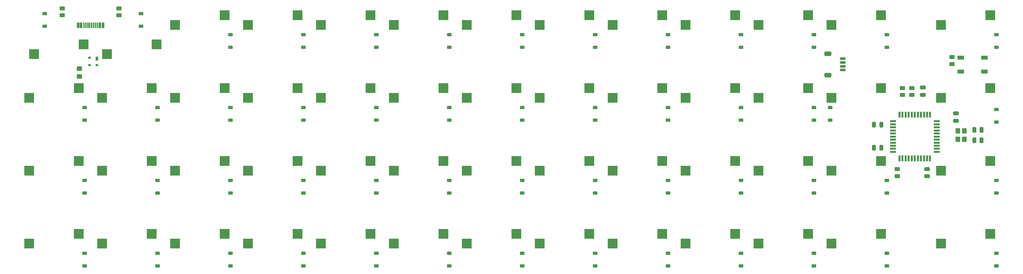
<source format=gbr>
%TF.GenerationSoftware,KiCad,Pcbnew,7.0.1-0*%
%TF.CreationDate,2023-04-12T11:46:53-05:00*%
%TF.ProjectId,pcb,7063622e-6b69-4636-9164-5f7063625858,rev?*%
%TF.SameCoordinates,Original*%
%TF.FileFunction,Paste,Bot*%
%TF.FilePolarity,Positive*%
%FSLAX46Y46*%
G04 Gerber Fmt 4.6, Leading zero omitted, Abs format (unit mm)*
G04 Created by KiCad (PCBNEW 7.0.1-0) date 2023-04-12 11:46:53*
%MOMM*%
%LPD*%
G01*
G04 APERTURE LIST*
G04 Aperture macros list*
%AMRoundRect*
0 Rectangle with rounded corners*
0 $1 Rounding radius*
0 $2 $3 $4 $5 $6 $7 $8 $9 X,Y pos of 4 corners*
0 Add a 4 corners polygon primitive as box body*
4,1,4,$2,$3,$4,$5,$6,$7,$8,$9,$2,$3,0*
0 Add four circle primitives for the rounded corners*
1,1,$1+$1,$2,$3*
1,1,$1+$1,$4,$5*
1,1,$1+$1,$6,$7*
1,1,$1+$1,$8,$9*
0 Add four rect primitives between the rounded corners*
20,1,$1+$1,$2,$3,$4,$5,0*
20,1,$1+$1,$4,$5,$6,$7,0*
20,1,$1+$1,$6,$7,$8,$9,0*
20,1,$1+$1,$8,$9,$2,$3,0*%
G04 Aperture macros list end*
%ADD10R,2.550000X2.500000*%
%ADD11RoundRect,0.225000X0.375000X-0.225000X0.375000X0.225000X-0.375000X0.225000X-0.375000X-0.225000X0*%
%ADD12RoundRect,0.250000X0.475000X-0.250000X0.475000X0.250000X-0.475000X0.250000X-0.475000X-0.250000X0*%
%ADD13RoundRect,0.250000X0.450000X-0.262500X0.450000X0.262500X-0.450000X0.262500X-0.450000X-0.262500X0*%
%ADD14RoundRect,0.250000X0.450000X-0.325000X0.450000X0.325000X-0.450000X0.325000X-0.450000X-0.325000X0*%
%ADD15RoundRect,0.250000X-0.250000X-0.475000X0.250000X-0.475000X0.250000X0.475000X-0.250000X0.475000X0*%
%ADD16RoundRect,0.250000X0.250000X0.475000X-0.250000X0.475000X-0.250000X-0.475000X0.250000X-0.475000X0*%
%ADD17RoundRect,0.150000X-0.150000X-0.575000X0.150000X-0.575000X0.150000X0.575000X-0.150000X0.575000X0*%
%ADD18RoundRect,0.075000X-0.075000X-0.650000X0.075000X-0.650000X0.075000X0.650000X-0.075000X0.650000X0*%
%ADD19R,1.200000X1.400000*%
%ADD20RoundRect,0.250000X-0.450000X0.262500X-0.450000X-0.262500X0.450000X-0.262500X0.450000X0.262500X0*%
%ADD21RoundRect,0.250000X-0.475000X0.250000X-0.475000X-0.250000X0.475000X-0.250000X0.475000X0.250000X0*%
%ADD22R,0.700000X1.000000*%
%ADD23R,0.700000X0.600000*%
%ADD24RoundRect,0.150000X0.625000X-0.150000X0.625000X0.150000X-0.625000X0.150000X-0.625000X-0.150000X0*%
%ADD25RoundRect,0.250000X0.650000X-0.350000X0.650000X0.350000X-0.650000X0.350000X-0.650000X-0.350000X0*%
%ADD26R,0.550000X1.500000*%
%ADD27R,1.500000X0.550000*%
%ADD28R,1.800000X1.100000*%
G04 APERTURE END LIST*
D10*
%TO.C,MX42*%
X65543186Y-84375698D03*
X78470186Y-81835698D03*
%TD*%
%TO.C,MX9*%
X179843282Y-27225650D03*
X192770282Y-24685650D03*
%TD*%
%TO.C,MX3*%
X65543186Y-27225650D03*
X78470186Y-24685650D03*
%TD*%
%TO.C,MX41*%
X46493170Y-84375698D03*
X59420170Y-81835698D03*
%TD*%
%TO.C,MX25*%
X236993330Y-46275666D03*
X249920330Y-43735666D03*
%TD*%
%TO.C,MX22*%
X179843282Y-46275666D03*
X192770282Y-43735666D03*
%TD*%
%TO.C,MX49*%
X198893298Y-84375698D03*
X211820298Y-81835698D03*
%TD*%
%TO.C,MX10*%
X198893298Y-27225650D03*
X211820298Y-24685650D03*
%TD*%
%TO.C,MX19*%
X122693234Y-46275666D03*
X135620234Y-43735666D03*
%TD*%
%TO.C,MX21*%
X160793266Y-46275666D03*
X173720266Y-43735666D03*
%TD*%
%TO.C,MX16*%
X65543186Y-46275666D03*
X78470186Y-43735666D03*
%TD*%
%TO.C,MX32*%
X122693234Y-65325682D03*
X135620234Y-62785682D03*
%TD*%
%TO.C,MX8*%
X160793266Y-27225650D03*
X173720266Y-24685650D03*
%TD*%
%TO.C,MX33*%
X141743250Y-65325682D03*
X154670250Y-62785682D03*
%TD*%
%TO.C,MX37*%
X217943314Y-65325682D03*
X230870314Y-62785682D03*
%TD*%
%TO.C,MX34*%
X160793266Y-65325682D03*
X173720266Y-62785682D03*
%TD*%
%TO.C,MX28*%
X46493170Y-65325682D03*
X59420170Y-62785682D03*
%TD*%
%TO.C,MX47*%
X160793266Y-84375698D03*
X173720266Y-81835698D03*
%TD*%
%TO.C,MX45*%
X122693234Y-84375698D03*
X135620234Y-81835698D03*
%TD*%
%TO.C,MX4*%
X84593202Y-27225650D03*
X97520202Y-24685650D03*
%TD*%
%TO.C,MX29*%
X65543186Y-65325682D03*
X78470186Y-62785682D03*
%TD*%
%TO.C,MX7*%
X141743250Y-27225650D03*
X154670250Y-24685650D03*
%TD*%
%TO.C,MX18*%
X103643218Y-46275666D03*
X116570218Y-43735666D03*
%TD*%
%TO.C,MX39*%
X265568354Y-65325682D03*
X278495354Y-62785682D03*
%TD*%
%TO.C,MX24*%
X217943314Y-46275666D03*
X230870314Y-43735666D03*
%TD*%
%TO.C,MX43*%
X84593202Y-84375698D03*
X97520202Y-81835698D03*
%TD*%
%TO.C,MX13*%
X265568354Y-27225650D03*
X278495354Y-24685650D03*
%TD*%
%TO.C,MX6*%
X122693234Y-27225650D03*
X135620234Y-24685650D03*
%TD*%
%TO.C,MX36*%
X198893298Y-65325682D03*
X211820298Y-62785682D03*
%TD*%
%TO.C,MX30*%
X84593202Y-65325682D03*
X97520202Y-62785682D03*
%TD*%
%TO.C,MX35*%
X179843282Y-65325682D03*
X192770282Y-62785682D03*
%TD*%
%TO.C,MX15*%
X46493170Y-46275666D03*
X59420170Y-43735666D03*
%TD*%
%TO.C,MX48*%
X179843282Y-84375698D03*
X192770282Y-81835698D03*
%TD*%
%TO.C,MX31*%
X103643218Y-65325682D03*
X116570218Y-62785682D03*
%TD*%
%TO.C,MX17*%
X84593202Y-46275666D03*
X97520202Y-43735666D03*
%TD*%
%TO.C,MX51*%
X236993330Y-84375698D03*
X249920330Y-81835698D03*
%TD*%
%TO.C,MX44*%
X103643218Y-84375698D03*
X116570218Y-81835698D03*
%TD*%
%TO.C,MX27*%
X27443154Y-65325682D03*
X40370154Y-62785682D03*
%TD*%
%TO.C,MX40*%
X27443154Y-84375698D03*
X40370154Y-81835698D03*
%TD*%
%TO.C,MX12*%
X236993330Y-27225650D03*
X249920330Y-24685650D03*
%TD*%
%TO.C,MX11*%
X217943314Y-27225650D03*
X230870314Y-24685650D03*
%TD*%
%TO.C,MX23*%
X198893298Y-46275666D03*
X211820298Y-43735666D03*
%TD*%
%TO.C,MX52*%
X265568354Y-84375698D03*
X278495354Y-81835698D03*
%TD*%
%TO.C,MX2*%
X60663170Y-32305650D03*
X47736170Y-34845650D03*
%TD*%
%TO.C,MX50*%
X217943314Y-84375698D03*
X230870314Y-81835698D03*
%TD*%
%TO.C,MX20*%
X141743250Y-46275666D03*
X154670250Y-43735666D03*
%TD*%
%TO.C,MX26*%
X265568354Y-46275666D03*
X278495354Y-43735666D03*
%TD*%
%TO.C,MX1*%
X41613154Y-32305650D03*
X28686154Y-34845650D03*
%TD*%
%TO.C,MX38*%
X236993330Y-65325682D03*
X249920330Y-62785682D03*
%TD*%
%TO.C,MX5*%
X103643218Y-27225650D03*
X116570218Y-24685650D03*
%TD*%
%TO.C,MX46*%
X141743250Y-84375698D03*
X154670250Y-81835698D03*
%TD*%
%TO.C,MX14*%
X27443154Y-46275666D03*
X40370154Y-43735666D03*
%TD*%
D11*
%TO.C,D7*%
X156225000Y-33075000D03*
X156225000Y-29775000D03*
%TD*%
D12*
%TO.C,C4*%
X269450000Y-52300000D03*
X269450000Y-50400000D03*
%TD*%
D13*
%TO.C,RSW1*%
X268450000Y-37462500D03*
X268450000Y-35637500D03*
%TD*%
D11*
%TO.C,D8*%
X175275000Y-33075000D03*
X175275000Y-29775000D03*
%TD*%
%TO.C,D14*%
X41925000Y-52125000D03*
X41925000Y-48825000D03*
%TD*%
%TO.C,D35*%
X194325000Y-71200000D03*
X194325000Y-67900000D03*
%TD*%
%TO.C,D11*%
X232425000Y-33075000D03*
X232425000Y-29775000D03*
%TD*%
D14*
%TO.C,F1*%
X40550000Y-40750000D03*
X40550000Y-38700000D03*
%TD*%
D11*
%TO.C,D39*%
X280050000Y-71200000D03*
X280050000Y-67900000D03*
%TD*%
%TO.C,D46*%
X156225000Y-90200000D03*
X156225000Y-86900000D03*
%TD*%
%TO.C,D40*%
X41925000Y-90200000D03*
X41925000Y-86900000D03*
%TD*%
D15*
%TO.C,CX1*%
X274300000Y-54650000D03*
X276200000Y-54650000D03*
%TD*%
D16*
%TO.C,C1*%
X249975000Y-53325000D03*
X248075000Y-53325000D03*
%TD*%
D17*
%TO.C,USB1*%
X40207849Y-27339085D03*
X41007849Y-27339085D03*
D18*
X42207849Y-27339085D03*
X43203849Y-27339085D03*
X43707849Y-27339085D03*
X44707849Y-27339085D03*
D17*
X46707849Y-27339085D03*
X45907849Y-27339085D03*
D18*
X45207849Y-27339085D03*
X44207849Y-27339085D03*
X42707849Y-27339085D03*
X41707849Y-27339085D03*
%TD*%
D11*
%TO.C,D4*%
X99075000Y-33075000D03*
X99075000Y-29775000D03*
%TD*%
D19*
%TO.C,Y1*%
X271700000Y-54925000D03*
X271700000Y-57125000D03*
X270000000Y-57125000D03*
X270000000Y-54925000D03*
%TD*%
D16*
%TO.C,C2*%
X249975000Y-59375000D03*
X248075000Y-59375000D03*
%TD*%
D11*
%TO.C,D29*%
X80025000Y-71200000D03*
X80025000Y-67900000D03*
%TD*%
%TO.C,D24*%
X232425000Y-52125000D03*
X232425000Y-48825000D03*
%TD*%
%TO.C,D31*%
X118125000Y-71200000D03*
X118125000Y-67900000D03*
%TD*%
%TO.C,D45*%
X137175000Y-90200000D03*
X137175000Y-86900000D03*
%TD*%
%TO.C,D16*%
X80025000Y-52125000D03*
X80025000Y-48825000D03*
%TD*%
%TO.C,D41*%
X60975000Y-90200000D03*
X60975000Y-86900000D03*
%TD*%
%TO.C,D13*%
X280050000Y-33075000D03*
X280050000Y-29775000D03*
%TD*%
%TO.C,D49*%
X213375000Y-90200000D03*
X213375000Y-86900000D03*
%TD*%
D20*
%TO.C,R3*%
X257975000Y-43737500D03*
X257975000Y-45562500D03*
%TD*%
D11*
%TO.C,D51*%
X251475000Y-90200000D03*
X251475000Y-86900000D03*
%TD*%
%TO.C,D50*%
X232425000Y-90200000D03*
X232425000Y-86900000D03*
%TD*%
D12*
%TO.C,C5*%
X260875000Y-45525000D03*
X260875000Y-43625000D03*
%TD*%
D11*
%TO.C,D52*%
X280050000Y-90200000D03*
X280050000Y-86900000D03*
%TD*%
D13*
%TO.C,R2*%
X255550000Y-45562500D03*
X255550000Y-43737500D03*
%TD*%
D11*
%TO.C,D37*%
X232425000Y-71200000D03*
X232425000Y-67900000D03*
%TD*%
%TO.C,D3*%
X80025000Y-33075000D03*
X80025000Y-29775000D03*
%TD*%
D21*
%TO.C,C3*%
X261950000Y-64925000D03*
X261950000Y-66825000D03*
%TD*%
D11*
%TO.C,D18*%
X118125000Y-52125000D03*
X118125000Y-48825000D03*
%TD*%
%TO.C,D28*%
X60975000Y-71200000D03*
X60975000Y-67900000D03*
%TD*%
%TO.C,D32*%
X137175000Y-71200000D03*
X137175000Y-67900000D03*
%TD*%
D20*
%TO.C,RCC2*%
X50850000Y-22912500D03*
X50850000Y-24737500D03*
%TD*%
D11*
%TO.C,D5*%
X118125000Y-33075000D03*
X118125000Y-29775000D03*
%TD*%
%TO.C,D27*%
X41925000Y-71200000D03*
X41925000Y-67900000D03*
%TD*%
D22*
%TO.C,U2*%
X45150000Y-36025000D03*
D23*
X45150000Y-37725000D03*
X43150000Y-37725000D03*
X43150000Y-35825000D03*
%TD*%
D11*
%TO.C,D48*%
X194325000Y-90200000D03*
X194325000Y-86900000D03*
%TD*%
%TO.C,D34*%
X175275000Y-71200000D03*
X175275000Y-67900000D03*
%TD*%
%TO.C,D20*%
X156225000Y-52125000D03*
X156225000Y-48825000D03*
%TD*%
D24*
%TO.C,J3*%
X239900000Y-39050000D03*
X239900000Y-38050000D03*
X239900000Y-37050000D03*
X239900000Y-36050000D03*
D25*
X236025000Y-40350000D03*
X236025000Y-34750000D03*
%TD*%
D11*
%TO.C,D19*%
X137175000Y-52125000D03*
X137175000Y-48825000D03*
%TD*%
D13*
%TO.C,R1*%
X254125000Y-66775000D03*
X254125000Y-64950000D03*
%TD*%
D11*
%TO.C,D6*%
X137175000Y-33075000D03*
X137175000Y-29775000D03*
%TD*%
%TO.C,D12*%
X251475000Y-33075000D03*
X251475000Y-29775000D03*
%TD*%
%TO.C,D30*%
X99075000Y-71200000D03*
X99075000Y-67900000D03*
%TD*%
%TO.C,D2*%
X56675000Y-27600000D03*
X56675000Y-24300000D03*
%TD*%
D15*
%TO.C,CX2*%
X274300000Y-57350000D03*
X276200000Y-57350000D03*
%TD*%
D11*
%TO.C,D33*%
X156225000Y-71200000D03*
X156225000Y-67900000D03*
%TD*%
%TO.C,D22*%
X194325000Y-52125000D03*
X194325000Y-48825000D03*
%TD*%
D20*
%TO.C,RCC1*%
X36100000Y-22912500D03*
X36100000Y-24737500D03*
%TD*%
D11*
%TO.C,D36*%
X213375000Y-71200000D03*
X213375000Y-67900000D03*
%TD*%
D26*
%TO.C,U1*%
X254750000Y-50725000D03*
X255550000Y-50725000D03*
X256350000Y-50725000D03*
X257150000Y-50725000D03*
X257950000Y-50725000D03*
X258750000Y-50725000D03*
X259550000Y-50725000D03*
X260350000Y-50725000D03*
X261150000Y-50725000D03*
X261950000Y-50725000D03*
X262750000Y-50725000D03*
D27*
X264450000Y-52425000D03*
X264450000Y-53225000D03*
X264450000Y-54025000D03*
X264450000Y-54825000D03*
X264450000Y-55625000D03*
X264450000Y-56425000D03*
X264450000Y-57225000D03*
X264450000Y-58025000D03*
X264450000Y-58825000D03*
X264450000Y-59625000D03*
X264450000Y-60425000D03*
D26*
X262750000Y-62125000D03*
X261950000Y-62125000D03*
X261150000Y-62125000D03*
X260350000Y-62125000D03*
X259550000Y-62125000D03*
X258750000Y-62125000D03*
X257950000Y-62125000D03*
X257150000Y-62125000D03*
X256350000Y-62125000D03*
X255550000Y-62125000D03*
X254750000Y-62125000D03*
D27*
X253050000Y-60425000D03*
X253050000Y-59625000D03*
X253050000Y-58825000D03*
X253050000Y-58025000D03*
X253050000Y-57225000D03*
X253050000Y-56425000D03*
X253050000Y-55625000D03*
X253050000Y-54825000D03*
X253050000Y-54025000D03*
X253050000Y-53225000D03*
X253050000Y-52425000D03*
%TD*%
D11*
%TO.C,D43*%
X99075000Y-90200000D03*
X99075000Y-86900000D03*
%TD*%
%TO.C,D47*%
X175275000Y-90200000D03*
X175275000Y-86900000D03*
%TD*%
%TO.C,D9*%
X194325000Y-33075000D03*
X194325000Y-29775000D03*
%TD*%
%TO.C,D1*%
X31450000Y-27600000D03*
X31450000Y-24300000D03*
%TD*%
%TO.C,D21*%
X175275000Y-52125000D03*
X175275000Y-48825000D03*
%TD*%
%TO.C,D38*%
X251475000Y-71200000D03*
X251475000Y-67900000D03*
%TD*%
%TO.C,D15*%
X60975000Y-52125000D03*
X60975000Y-48825000D03*
%TD*%
D28*
%TO.C,SW1*%
X276950000Y-35775000D03*
X270750000Y-39475000D03*
X276950000Y-39475000D03*
X270750000Y-35775000D03*
%TD*%
D11*
%TO.C,D23*%
X213375000Y-52125000D03*
X213375000Y-48825000D03*
%TD*%
%TO.C,D25*%
X236675000Y-52125000D03*
X236675000Y-48825000D03*
%TD*%
%TO.C,D42*%
X80025000Y-90200000D03*
X80025000Y-86900000D03*
%TD*%
%TO.C,D26*%
X280050000Y-52650000D03*
X280050000Y-49350000D03*
%TD*%
%TO.C,D10*%
X213375000Y-33075000D03*
X213375000Y-29775000D03*
%TD*%
%TO.C,D44*%
X118125000Y-90200000D03*
X118125000Y-86900000D03*
%TD*%
%TO.C,D17*%
X99075000Y-52125000D03*
X99075000Y-48825000D03*
%TD*%
M02*

</source>
